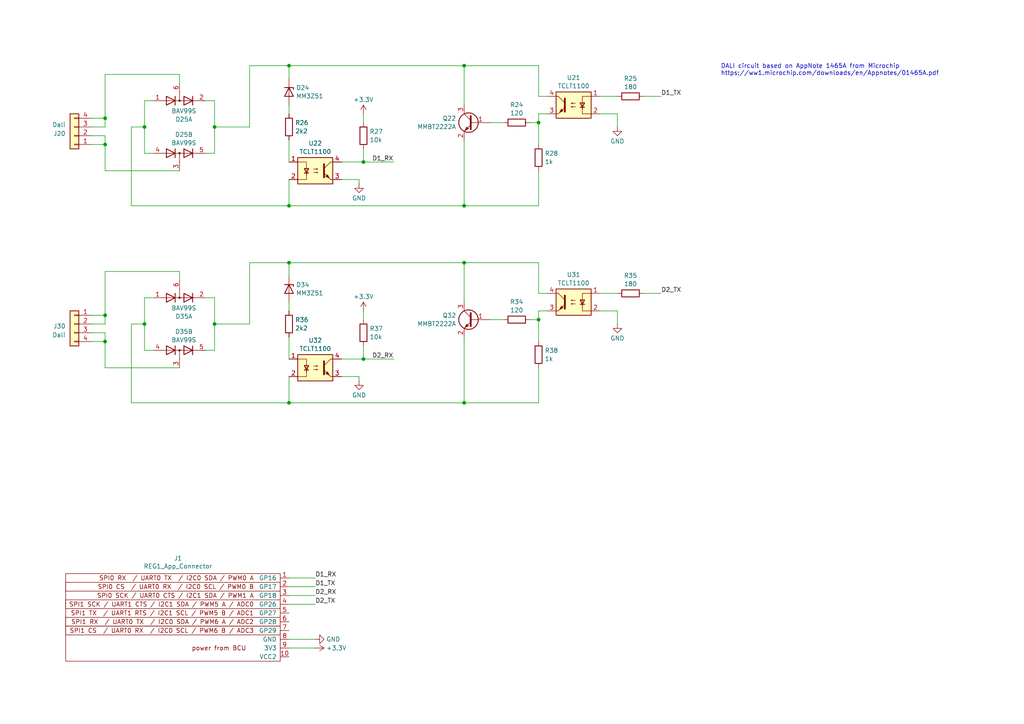
<source format=kicad_sch>
(kicad_sch (version 20231120) (generator "eeschema") (generator_version "8.0")
  (paper "A4")
  (title_block (title "REG1-App-2xDALI") (date "2025-01-08") (rev "V00.01") (company "OpenKNX") (comment 1 "by Ing-Dom <dom@ing-dom.de>") (comment 2 "OpenKNX Open Hardware under CC BY-NC-SA 4.0") (comment 3 "REG1-Application PCB with 2 isolated DALI channels") (comment 4 "https://OpenKNX.de"))
  (lib_symbols
    (symbol "Connector_Generic:Conn_01x04" (pin_names (offset 1.016) hide)
      (property "Reference" "J" (at 0 5.08 0))
      (property "Value" "Conn_01x04" (at 0 -7.62 0))
      (symbol "Conn_01x04_1_1"
        (rectangle (start -1.27 -4.953) (end 0 -5.207) (stroke (width 0.1524)))
        (rectangle (start -1.27 -2.413) (end 0 -2.667) (stroke (width 0.1524)))
        (rectangle (start -1.27 0.127) (end 0 -0.127) (stroke (width 0.1524)))
        (rectangle (start -1.27 2.667) (end 0 2.413) (stroke (width 0.1524)))
        (rectangle (start -1.27 3.81) (end 1.27 -6.35) (stroke (width 0.254)) (fill (type background)))
        (pin passive line (at -5.08 2.54 0) (length 3.81) (name "Pin_1") (number "1"))
        (pin passive line (at -5.08 0 0) (length 3.81) (name "Pin_2") (number "2"))
        (pin passive line (at -5.08 -2.54 0) (length 3.81) (name "Pin_3") (number "3"))
        (pin passive line (at -5.08 -5.08 0) (length 3.81) (name "Pin_4") (number "4"))
      )
    )
    (symbol "Device:R" (pin_numbers hide) (pin_names (offset 0))
      (property "Reference" "R" (at 2.032 0 90))
      (property "Value" "R" (at 0 0 90))
      (symbol "R_0_1"
        (rectangle (start -1.016 -2.54) (end 1.016 2.54) (stroke (width 0.254)))
      )
      (symbol "R_1_1"
        (pin passive line (at 0 3.81 270) (length 1.27) (name "~") (number "1"))
        (pin passive line (at 0 -3.81 90) (length 1.27) (name "~") (number "2"))
      )
    )
    (symbol "Diode:BAV99S" (pin_names (offset 0.0254) hide)
      (property "Reference" "D" (at 0 2.54 0))
      (property "Value" "BAV99S" (at 0 5.08 0))
      (symbol "BAV99S_0_1"
        (polyline (pts (xy -5.08 0) (xy 5.08 0)))
        (polyline (pts (xy 0 0) (xy 0 -2.54)))
        (polyline (pts (xy -1.27 -1.27) (xy -1.27 1.27) (xy -1.27 1.27)) (stroke (width 0.254)))
        (polyline (pts (xy 3.81 1.27) (xy 3.81 -1.27) (xy 3.81 -1.27)) (stroke (width 0.254)))
        (polyline (pts (xy -3.81 1.27) (xy -1.27 0) (xy -3.81 -1.27) (xy -3.81 1.27) (xy -3.81 1.27) (xy -3.81 1.27)) (stroke (width 0.254)))
        (polyline (pts (xy 1.27 1.27) (xy 3.81 0) (xy 1.27 -1.27) (xy 1.27 1.27) (xy 1.27 1.27) (xy 1.27 1.27)) (stroke (width 0.254)))
        (circle (center 0 0) (radius 0.254) (fill (type outline)))
      )
      (symbol "BAV99S_1_1"
        (polyline (pts (xy 6.35 0) (xy 7.62 0)))
        (pin passive line (at -7.62 0 0) (length 2.54) (name "A1") (number "1"))
        (pin passive line (at 7.62 0 180) (length 2.54) (name "K2") (number "2"))
        (pin passive line (at 0 -5.08 90) (length 2.54) (name "K3A4") (number "6"))
      )
      (symbol "BAV99S_2_1"
        (polyline (pts (xy 6.35 0) (xy 7.62 0)))
        (pin passive line (at 0 -5.08 90) (length 2.54) (name "K1A2") (number "3"))
        (pin passive line (at -7.62 0 0) (length 2.54) (name "A3") (number "4"))
        (pin passive line (at 7.62 0 180) (length 2.54) (name "K4") (number "5"))
      )
    )
    (symbol "Diode:MM3Zxx" (pin_numbers hide) (pin_names hide)
      (property "Reference" "D" (at 0 2.54 0))
      (property "Value" "MM3Zxx" (at 0 -2.54 0))
      (symbol "MM3Zxx_0_1"
        (polyline (pts (xy 1.27 0) (xy -1.27 0)))
        (polyline (pts (xy -1.27 -1.27) (xy -1.27 1.27) (xy -0.762 1.27)) (stroke (width 0.254)))
        (polyline (pts (xy 1.27 -1.27) (xy 1.27 1.27) (xy -1.27 0) (xy 1.27 -1.27)) (stroke (width 0.254)))
      )
      (symbol "MM3Zxx_1_1"
        (pin passive line (at -3.81 0 0) (length 2.54) (name "K") (number "1"))
        (pin passive line (at 3.81 0 180) (length 2.54) (name "A") (number "2"))
      )
    )
    (symbol "Isolator:TCMT1100" (pin_names (offset 1.016))
      (property "Reference" "U" (at 0 5.08 0))
      (property "Value" "TCMT1100" (at 0 -5.08 0))
      (symbol "TCMT1100_1_1"
        (rectangle (start -5.08 3.81) (end 5.08 -3.81) (stroke (width 0.254)) (fill (type background)))
        (polyline (pts (xy -3.175 -0.635) (xy -1.905 -0.635)) (stroke (width 0.254)))
        (polyline (pts (xy 2.54 0.635) (xy 4.445 2.54)))
        (polyline (pts (xy 4.445 -2.54) (xy 2.54 -0.635)) (fill (type outline)))
        (polyline (pts (xy 4.445 -2.54) (xy 5.08 -2.54)))
        (polyline (pts (xy 4.445 2.54) (xy 5.08 2.54)))
        (polyline (pts (xy -2.54 -0.635) (xy -2.54 -2.54) (xy -5.08 -2.54)))
        (polyline (pts (xy 2.54 1.905) (xy 2.54 -1.905) (xy 2.54 -1.905)) (stroke (width 0.508)))
        (polyline (pts (xy -5.08 2.54) (xy -2.54 2.54) (xy -2.54 -1.27) (xy -2.54 0.635)))
        (polyline (pts (xy -2.54 -0.635) (xy -3.175 0.635) (xy -1.905 0.635) (xy -2.54 -0.635)) (stroke (width 0.254)))
        (polyline (pts (xy -0.508 -0.508) (xy 0.762 -0.508) (xy 0.381 -0.635) (xy 0.381 -0.381) (xy 0.762 -0.508)))
        (polyline (pts (xy -0.508 0.508) (xy 0.762 0.508) (xy 0.381 0.381) (xy 0.381 0.635) (xy 0.762 0.508)))
        (polyline (pts (xy 3.048 -1.651) (xy 3.556 -1.143) (xy 4.064 -2.159) (xy 3.048 -1.651) (xy 3.048 -1.651)) (fill (type outline)))
        (pin passive line (at -7.62 2.54 0) (length 2.54) (name "~") (number "1"))
        (pin passive line (at -7.62 -2.54 0) (length 2.54) (name "~") (number "2"))
        (pin passive line (at 7.62 -2.54 180) (length 2.54) (name "~") (number "3"))
        (pin passive line (at 7.62 2.54 180) (length 2.54) (name "~") (number "4"))
      )
    )
    (symbol "OpenKNX:REG1_App_Connector" (pin_names (offset 1.016))
      (property "Reference" "J" (at 10.16 13.97 0))
      (property "Value" "REG1_App_Connector" (at 1.27 -13.97 0))
      (symbol "REG1_App_Connector_0_0"
        (rectangle (start -49.53 -2.54) (end 12.7 0))
        (rectangle (start 12.7 -5.08) (end -49.53 -2.54))
        (rectangle (start 12.7 2.54) (end -49.53 5.08))
        (rectangle (start 12.7 10.16) (end -49.53 7.62))
        (rectangle (start 12.7 12.7) (end -49.53 -12.7))
        (text "power from BCU" (at -5.08 -8.89 0) (effects (font (size 1.27 1.27))))
        (text "SPI0 CS  / UART0 RX  / I2C0 SCL / PWM0 B" (at 5.08 8.89 0) (effects (font (size 1.27 1.27)) (justify right)))
        (text "SPI0 RX  / UART0 TX  / I2C0 SDA / PWM0 A" (at 5.08 11.43 0) (effects (font (size 1.27 1.27)) (justify right)))
        (text "SPI0 SCK / UART0 CTS / I2C1 SDA / PWM1 A" (at 5.08 6.35 0) (effects (font (size 1.27 1.27)) (justify right)))
        (text "SPI1 CS  / UART0 RX  / I2C0 SCL / PWM6 B / ADC3" (at 5.08 -3.81 0) (effects (font (size 1.27 1.27)) (justify right)))
        (text "SPI1 RX  / UART0 TX  / I2C0 SDA / PWM6 A / ADC2" (at 5.08 -1.27 0) (effects (font (size 1.27 1.27)) (justify right)))
        (text "SPI1 SCK / UART1 CTS / I2C1 SDA / PWM5 A / ADC0" (at 5.08 3.81 0) (effects (font (size 1.27 1.27)) (justify right)))
        (text "SPI1 TX  / UART1 RTS / I2C1 SCL / PWM5 B / ADC1" (at 5.08 1.27 0) (effects (font (size 1.27 1.27)) (justify right)))
      )
      (symbol "REG1_App_Connector_1_1"
        (pin bidirectional line (at 15.24 11.43 180) (length 2.54) (name "GP16") (number "1"))
        (pin power_out line (at 15.24 -11.43 180) (length 2.54) (name "VCC2") (number "10"))
        (pin bidirectional line (at 15.24 8.89 180) (length 2.54) (name "GP17") (number "2"))
        (pin bidirectional line (at 15.24 6.35 180) (length 2.54) (name "GP18") (number "3"))
        (pin bidirectional line (at 15.24 3.81 180) (length 2.54) (name "GP26") (number "4"))
        (pin bidirectional line (at 15.24 1.27 180) (length 2.54) (name "GP27") (number "5"))
        (pin bidirectional line (at 15.24 -1.27 180) (length 2.54) (name "GP28") (number "6"))
        (pin bidirectional line (at 15.24 -3.81 180) (length 2.54) (name "GP29") (number "7"))
        (pin power_out line (at 15.24 -6.35 180) (length 2.54) (name "GND") (number "8"))
        (pin power_out line (at 15.24 -8.89 180) (length 2.54) (name "3V3") (number "9"))
      )
    )
    (symbol "Transistor_BJT:MMBT2222A" (pin_names (offset 0) hide)
      (property "Reference" "Q" (at 5.08 1.905 0))
      (property "Value" "MMBT2222A" (at 5.08 0 0))
      (symbol "MMBT2222A_0_1"
        (polyline (pts (xy 0.635 0.635) (xy 2.54 2.54)))
        (polyline (pts (xy 0.635 -0.635) (xy 2.54 -2.54) (xy 2.54 -2.54)))
        (polyline (pts (xy 0.635 1.905) (xy 0.635 -1.905) (xy 0.635 -1.905)) (stroke (width 0.508)))
        (polyline (pts (xy 1.27 -1.778) (xy 1.778 -1.27) (xy 2.286 -2.286) (xy 1.27 -1.778) (xy 1.27 -1.778)) (fill (type outline)))
        (circle (center 1.27 0) (radius 2.8194) (stroke (width 0.254)))
      )
      (symbol "MMBT2222A_1_1"
        (pin input line (at -5.08 0 0) (length 5.715) (name "B") (number "1"))
        (pin passive line (at 2.54 -5.08 90) (length 2.54) (name "E") (number "2"))
        (pin passive line (at 2.54 5.08 270) (length 2.54) (name "C") (number "3"))
      )
    )
    (symbol "power:+3.3V" (power) (pin_numbers hide) (pin_names (offset 0) hide)
      (property "Value" "+3.3V" (at 0 3.556 0))
      (symbol "+3.3V_0_1"
        (polyline (pts (xy -0.762 1.27) (xy 0 2.54)))
        (polyline (pts (xy 0 0) (xy 0 2.54)))
        (polyline (pts (xy 0 2.54) (xy 0.762 1.27)))
      )
      (symbol "+3.3V_1_1"
        (pin power_in line (at 0 0 90) (length 0) (name "~") (number "1"))
      )
    )
    (symbol "power:GND" (power) (pin_numbers hide) (pin_names (offset 0) hide)
      (property "Value" "GND" (at 0 -3.81 0))
      (symbol "GND_0_1"
        (polyline (pts (xy 0 0) (xy 0 -1.27) (xy 1.27 -1.27) (xy 0 -2.54) (xy -1.27 -1.27) (xy 0 -1.27)))
      )
      (symbol "GND_1_1"
        (pin power_in line (at 0 0 270) (length 0) (name "~") (number "1"))
      )
    )
  )
  (junction (at 30.48 91.44))
  (junction (at 30.48 41.91))
  (junction (at 156.21 35.56))
  (junction (at 62.23 36.83))
  (junction (at 30.48 34.29))
  (junction (at 134.62 19.05))
  (junction (at 62.23 93.98))
  (junction (at 134.62 116.84))
  (junction (at 41.91 93.98))
  (junction (at 105.41 46.99))
  (junction (at 30.48 99.06))
  (junction (at 83.82 76.2))
  (junction (at 41.91 36.83))
  (junction (at 134.62 59.69))
  (junction (at 156.21 92.71))
  (junction (at 83.82 116.84))
  (junction (at 83.82 19.05))
  (junction (at 83.82 59.69))
  (junction (at 134.62 76.2))
  (junction (at 105.41 104.14))
  (wire (pts (xy 156.21 35.56) (xy 156.21 41.91)))
  (wire (pts (xy 158.75 85.09) (xy 156.21 85.09)))
  (wire (pts (xy 99.06 46.99) (xy 105.41 46.99)))
  (wire (pts (xy 83.82 167.64) (xy 91.44 167.64)))
  (wire (pts (xy 41.91 86.36) (xy 41.91 93.98)))
  (wire (pts (xy 30.48 93.98) (xy 26.67 93.98)))
  (wire (pts (xy 30.48 99.06) (xy 30.48 96.52)))
  (wire (pts (xy 153.67 92.71) (xy 156.21 92.71)))
  (wire (pts (xy 38.1 93.98) (xy 38.1 116.84)))
  (wire (pts (xy 59.69 86.36) (xy 62.23 86.36)))
  (wire (pts (xy 173.99 27.94) (xy 179.07 27.94)))
  (wire (pts (xy 173.99 33.02) (xy 179.07 33.02)))
  (wire (pts (xy 134.62 40.64) (xy 134.62 59.69)))
  (wire (pts (xy 99.06 109.22) (xy 104.14 109.22)))
  (wire (pts (xy 156.21 116.84) (xy 134.62 116.84)))
  (wire (pts (xy 134.62 19.05) (xy 134.62 30.48)))
  (wire (pts (xy 156.21 90.17) (xy 156.21 92.71)))
  (wire (pts (xy 153.67 35.56) (xy 156.21 35.56)))
  (wire (pts (xy 179.07 33.02) (xy 179.07 36.83)))
  (wire (pts (xy 179.07 90.17) (xy 179.07 93.98)))
  (wire (pts (xy 83.82 109.22) (xy 83.82 116.84)))
  (wire (pts (xy 83.82 59.69) (xy 134.62 59.69)))
  (wire (pts (xy 186.69 27.94) (xy 191.77 27.94)))
  (wire (pts (xy 142.24 35.56) (xy 146.05 35.56)))
  (wire (pts (xy 105.41 46.99) (xy 114.3 46.99)))
  (wire (pts (xy 156.21 33.02) (xy 156.21 35.56)))
  (wire (pts (xy 158.75 27.94) (xy 156.21 27.94)))
  (wire (pts (xy 156.21 85.09) (xy 156.21 76.2)))
  (wire (pts (xy 156.21 49.53) (xy 156.21 59.69)))
  (wire (pts (xy 30.48 91.44) (xy 26.67 91.44)))
  (wire (pts (xy 62.23 36.83) (xy 62.23 44.45)))
  (wire (pts (xy 158.75 90.17) (xy 156.21 90.17)))
  (wire (pts (xy 156.21 92.71) (xy 156.21 99.06)))
  (wire (pts (xy 83.82 76.2) (xy 134.62 76.2)))
  (wire (pts (xy 62.23 93.98) (xy 62.23 101.6)))
  (wire (pts (xy 30.48 78.74) (xy 30.48 91.44)))
  (wire (pts (xy 30.48 34.29) (xy 26.67 34.29)))
  (wire (pts (xy 30.48 96.52) (xy 26.67 96.52)))
  (wire (pts (xy 30.48 49.53) (xy 30.48 41.91)))
  (wire (pts (xy 105.41 100.33) (xy 105.41 104.14)))
  (wire (pts (xy 83.82 175.26) (xy 91.44 175.26)))
  (wire (pts (xy 62.23 29.21) (xy 62.23 36.83)))
  (wire (pts (xy 41.91 93.98) (xy 38.1 93.98)))
  (wire (pts (xy 59.69 29.21) (xy 62.23 29.21)))
  (wire (pts (xy 44.45 86.36) (xy 41.91 86.36)))
  (wire (pts (xy 156.21 59.69) (xy 134.62 59.69)))
  (wire (pts (xy 105.41 90.17) (xy 105.41 92.71)))
  (wire (pts (xy 41.91 93.98) (xy 41.91 101.6)))
  (wire (pts (xy 83.82 116.84) (xy 134.62 116.84)))
  (wire (pts (xy 38.1 116.84) (xy 83.82 116.84)))
  (wire (pts (xy 62.23 101.6) (xy 59.69 101.6)))
  (wire (pts (xy 83.82 97.79) (xy 83.82 104.14)))
  (wire (pts (xy 62.23 93.98) (xy 72.39 93.98)))
  (wire (pts (xy 91.44 187.96) (xy 83.82 187.96)))
  (wire (pts (xy 83.82 172.72) (xy 91.44 172.72)))
  (wire (pts (xy 173.99 90.17) (xy 179.07 90.17)))
  (wire (pts (xy 186.69 85.09) (xy 191.77 85.09)))
  (wire (pts (xy 52.07 78.74) (xy 30.48 78.74)))
  (wire (pts (xy 83.82 52.07) (xy 83.82 59.69)))
  (wire (pts (xy 30.48 41.91) (xy 30.48 39.37)))
  (wire (pts (xy 52.07 24.13) (xy 52.07 21.59)))
  (wire (pts (xy 62.23 36.83) (xy 72.39 36.83)))
  (wire (pts (xy 44.45 29.21) (xy 41.91 29.21)))
  (wire (pts (xy 134.62 76.2) (xy 134.62 87.63)))
  (wire (pts (xy 83.82 40.64) (xy 83.82 46.99)))
  (wire (pts (xy 105.41 43.18) (xy 105.41 46.99)))
  (wire (pts (xy 41.91 36.83) (xy 38.1 36.83)))
  (wire (pts (xy 104.14 109.22) (xy 104.14 110.49)))
  (wire (pts (xy 52.07 21.59) (xy 30.48 21.59)))
  (wire (pts (xy 30.48 39.37) (xy 26.67 39.37)))
  (wire (pts (xy 72.39 36.83) (xy 72.39 19.05)))
  (wire (pts (xy 26.67 99.06) (xy 30.48 99.06)))
  (wire (pts (xy 62.23 86.36) (xy 62.23 93.98)))
  (wire (pts (xy 104.14 52.07) (xy 104.14 53.34)))
  (wire (pts (xy 83.82 185.42) (xy 91.44 185.42)))
  (wire (pts (xy 99.06 104.14) (xy 105.41 104.14)))
  (wire (pts (xy 30.48 21.59) (xy 30.48 34.29)))
  (wire (pts (xy 30.48 91.44) (xy 30.48 93.98)))
  (wire (pts (xy 41.91 29.21) (xy 41.91 36.83)))
  (wire (pts (xy 83.82 87.63) (xy 83.82 90.17)))
  (wire (pts (xy 142.24 92.71) (xy 146.05 92.71)))
  (wire (pts (xy 41.91 44.45) (xy 44.45 44.45)))
  (wire (pts (xy 52.07 106.68) (xy 30.48 106.68)))
  (wire (pts (xy 156.21 106.68) (xy 156.21 116.84)))
  (wire (pts (xy 26.67 41.91) (xy 30.48 41.91)))
  (wire (pts (xy 30.48 34.29) (xy 30.48 36.83)))
  (wire (pts (xy 156.21 27.94) (xy 156.21 19.05)))
  (wire (pts (xy 38.1 59.69) (xy 83.82 59.69)))
  (wire (pts (xy 83.82 76.2) (xy 83.82 80.01)))
  (wire (pts (xy 83.82 30.48) (xy 83.82 33.02)))
  (wire (pts (xy 72.39 76.2) (xy 83.82 76.2)))
  (wire (pts (xy 83.82 19.05) (xy 83.82 22.86)))
  (wire (pts (xy 173.99 85.09) (xy 179.07 85.09)))
  (wire (pts (xy 62.23 44.45) (xy 59.69 44.45)))
  (wire (pts (xy 72.39 93.98) (xy 72.39 76.2)))
  (wire (pts (xy 134.62 19.05) (xy 156.21 19.05)))
  (wire (pts (xy 134.62 97.79) (xy 134.62 116.84)))
  (wire (pts (xy 99.06 52.07) (xy 104.14 52.07)))
  (wire (pts (xy 134.62 76.2) (xy 156.21 76.2)))
  (wire (pts (xy 41.91 36.83) (xy 41.91 44.45)))
  (wire (pts (xy 41.91 101.6) (xy 44.45 101.6)))
  (wire (pts (xy 91.44 170.18) (xy 83.82 170.18)))
  (wire (pts (xy 83.82 19.05) (xy 134.62 19.05)))
  (wire (pts (xy 158.75 33.02) (xy 156.21 33.02)))
  (wire (pts (xy 105.41 33.02) (xy 105.41 35.56)))
  (wire (pts (xy 30.48 106.68) (xy 30.48 99.06)))
  (wire (pts (xy 72.39 19.05) (xy 83.82 19.05)))
  (wire (pts (xy 52.07 81.28) (xy 52.07 78.74)))
  (wire (pts (xy 105.41 104.14) (xy 114.3 104.14)))
  (wire (pts (xy 30.48 36.83) (xy 26.67 36.83)))
  (wire (pts (xy 38.1 36.83) (xy 38.1 59.69)))
  (wire (pts (xy 52.07 49.53) (xy 30.48 49.53)))
  (text "DALI circuit based on AppNote 1465A from Microchip\nhttps://ww1.microchip.com/downloads/en/Appnotes/01465A.pdf" (at 209.042 20.32 0) (effects (font (size 1.27 1.27)) (justify left)))
  (label "D1_RX" (at 91.44 167.64 0))
  (label "D1_TX" (at 191.77 27.94 0))
  (label "D1_TX" (at 91.44 170.18 0))
  (label "D2_RX" (at 91.44 172.72 0))
  (label "D2_RX" (at 107.95 104.14 0))
  (label "D2_TX" (at 191.77 85.09 0))
  (label "D1_RX" (at 107.95 46.99 0))
  (label "D2_TX" (at 91.44 175.26 0))
  (symbol (lib_id "OpenKNX:REG1_App_Connector") (at 68.58 179.07 0) (unit 1)
    (property "Reference" "J1" (at 51.6382 161.925 0))
    (property "Value" "REG1_App_Connector" (at 51.6382 164.2364 0))
    (property "Footprint" "Connector_PinHeader_2.54mm:PinHeader_1x10_P2.54mm_Horizontal" (effects (hide yes)))
  )
  (symbol (lib_id "Device:R") (at 156.21 102.87 180) (unit 1)
    (property "Reference" "R38" (at 157.988 101.6578 0) (effects (justify right)))
    (property "Value" "1k" (at 157.988 104.0821 0) (effects (justify right)))
    (property "Footprint" "Resistor_SMD:R_0603_1608Metric" (effects (hide yes)))
    (property "Description" "Resistor" (effects (hide yes)))
  )
  (symbol (lib_id "Isolator:TCMT1100") (at 166.37 87.63 0) (mirror y) (unit 1)
    (property "Reference" "U31" (at 166.37 79.6755 0))
    (property "Value" "TCLT1100" (at 166.37 82.0998 0))
    (property "Footprint" "Package_SO:SOP-4_7.5x4.1mm_P2.54mm" (effects (hide yes)))
    (property "Datasheet" "https://www.lcsc.com/datasheet/lcsc_datasheet_1806121840_Vishay-Intertech-TCLT1000_C110644.pdf" (effects (hide yes)))
    (property "Description" "Optocoupler, Phototransistor Output, SOP-4L, Long Mini-Flat Package" (effects (hide yes)))
  )
  (symbol (lib_id "Transistor_BJT:MMBT2222A") (at 137.16 35.56 0) (mirror y) (unit 1)
    (property "Reference" "Q22" (at 132.3086 34.3478 0) (effects (justify left)))
    (property "Value" "MMBT2222A" (at 132.3086 36.7721 0) (effects (justify left)))
    (property "Footprint" "Package_TO_SOT_SMD:SOT-23" (effects (hide yes)))
    (property "Datasheet" "https://assets.nexperia.com/documents/data-sheet/MMBT2222A.pdf" (effects (hide yes)))
    (property "Description" "600mA Ic, 40V Vce, NPN Transistor, SOT-23" (effects (hide yes)))
  )
  (symbol (lib_id "Diode:MM3Zxx") (at 83.82 26.67 270) (unit 1)
    (property "Reference" "D24" (at 85.852 25.4578 90) (effects (justify left)))
    (property "Value" "MM3Z51" (at 85.852 27.8821 90) (effects (justify left)))
    (property "Footprint" "Diode_SMD:D_SOD-323F" (effects (hide yes)))
    (property "Datasheet" "https://jlcpcb.com/api/file/downloadByFileSystemAccessId/8564879402099511296" (effects (hide yes)))
    (property "Description" "200mW Zener Diode, SOD-323" (effects (hide yes)))
  )
  (symbol (lib_id "power:GND") (at 179.07 93.98 0) (unit 1)
    (property "Reference" "#PWR08" (effects (hide yes)))
    (property "Value" "GND" (at 179.07 98.1131 0))
    (property "Description" "Power symbol creates a global label with name \"GND\" , ground" (effects (hide yes)))
  )
  (symbol (lib_id "Device:R") (at 182.88 27.94 90) (unit 1)
    (property "Reference" "R25" (at 182.88 22.7795 90))
    (property "Value" "180" (at 182.88 25.2038 90))
    (property "Footprint" "Resistor_SMD:R_0603_1608Metric" (effects (hide yes)))
    (property "Description" "Resistor" (effects (hide yes)))
  )
  (symbol (lib_id "Connector_Generic:Conn_01x04") (at 21.59 39.37 180) (unit 1)
    (property "Reference" "J20" (at 19.05 38.735 0) (effects (justify left)))
    (property "Value" "Dali" (at 19.05 36.195 0) (effects (justify left)))
    (property "Footprint" "Connector_Phoenix_MC:PhoenixContact_MC_1,5_4-G-3.5_1x04_P3.50mm_Horizontal" (effects (hide yes)))
  )
  (symbol (lib_id "Device:R") (at 83.82 93.98 0) (unit 1)
    (property "Reference" "R36" (at 85.598 92.7678 0) (effects (justify left)))
    (property "Value" "2k2" (at 85.598 95.1921 0) (effects (justify left)))
    (property "Footprint" "Resistor_SMD:R_0603_1608Metric" (effects (hide yes)))
    (property "Description" "Resistor" (effects (hide yes)))
  )
  (symbol (lib_id "power:GND") (at 179.07 36.83 0) (unit 1)
    (property "Reference" "#PWR05" (effects (hide yes)))
    (property "Value" "GND" (at 179.07 40.9631 0))
    (property "Description" "Power symbol creates a global label with name \"GND\" , ground" (effects (hide yes)))
  )
  (symbol (lib_id "power:+3.3V") (at 91.44 187.96 270) (unit 1)
    (property "Reference" "#PWR02" (effects (hide yes)))
    (property "Value" "+3.3V" (at 94.615 187.96 90) (effects (justify left)))
    (property "Description" "Power symbol creates a global label with name \"+3.3V\"" (effects (hide yes)))
  )
  (symbol (lib_id "Diode:BAV99S") (at 52.07 86.36 0) (mirror x) (unit 1)
    (property "Reference" "D35" (at 53.34 91.7745 0))
    (property "Value" "BAV99S" (at 53.34 89.3502 0))
    (property "Footprint" "Package_TO_SOT_SMD:SOT-363_SC-70-6" (effects (hide yes)))
    (property "Datasheet" "https://assets.nexperia.com/documents/data-sheet/BAV99_SER.pdf" (effects (hide yes)))
    (property "Description" "High-speed switching diodes, dual series, SOT-363" (effects (hide yes)))
  )
  (symbol (lib_id "Isolator:TCMT1100") (at 166.37 30.48 0) (mirror y) (unit 1)
    (property "Reference" "U21" (at 166.37 22.5255 0))
    (property "Value" "TCLT1100" (at 166.37 24.9498 0))
    (property "Footprint" "Package_SO:SOP-4_7.5x4.1mm_P2.54mm" (effects (hide yes)))
    (property "Datasheet" "https://www.lcsc.com/datasheet/lcsc_datasheet_1806121840_Vishay-Intertech-TCLT1000_C110644.pdf" (effects (hide yes)))
    (property "Description" "Optocoupler, Phototransistor Output, SOP-4L, Long Mini-Flat Package" (effects (hide yes)))
  )
  (symbol (lib_id "Diode:MM3Zxx") (at 83.82 83.82 270) (unit 1)
    (property "Reference" "D34" (at 85.852 82.6078 90) (effects (justify left)))
    (property "Value" "MM3Z51" (at 85.852 85.0321 90) (effects (justify left)))
    (property "Footprint" "Diode_SMD:D_SOD-323F" (effects (hide yes)))
    (property "Datasheet" "https://jlcpcb.com/api/file/downloadByFileSystemAccessId/8564879402099511296" (effects (hide yes)))
    (property "Description" "200mW Zener Diode, SOD-323" (effects (hide yes)))
  )
  (symbol (lib_id "Device:R") (at 156.21 45.72 180) (unit 1)
    (property "Reference" "R28" (at 157.988 44.5078 0) (effects (justify right)))
    (property "Value" "1k" (at 157.988 46.9321 0) (effects (justify right)))
    (property "Footprint" "Resistor_SMD:R_0603_1608Metric" (effects (hide yes)))
    (property "Description" "Resistor" (effects (hide yes)))
  )
  (symbol (lib_id "power:GND") (at 91.44 185.42 90) (unit 1)
    (property "Reference" "#PWR03" (effects (hide yes)))
    (property "Value" "GND" (at 94.615 185.42 90) (effects (justify right)))
    (property "Description" "Power symbol creates a global label with name \"GND\" , ground" (effects (hide yes)))
  )
  (symbol (lib_id "Device:R") (at 149.86 92.71 90) (unit 1)
    (property "Reference" "R34" (at 149.86 87.5495 90))
    (property "Value" "120" (at 149.86 89.9738 90))
    (property "Footprint" "Resistor_SMD:R_0603_1608Metric" (effects (hide yes)))
    (property "Description" "Resistor" (effects (hide yes)))
  )
  (symbol (lib_id "power:+3.3V") (at 105.41 90.17 0) (unit 1)
    (property "Reference" "#PWR07" (effects (hide yes)))
    (property "Value" "+3.3V" (at 105.41 86.0369 0))
    (property "Description" "Power symbol creates a global label with name \"+3.3V\"" (effects (hide yes)))
  )
  (symbol (lib_id "power:GND") (at 104.14 53.34 0) (unit 1)
    (property "Reference" "#PWR04" (effects (hide yes)))
    (property "Value" "GND" (at 104.14 57.4731 0))
    (property "Description" "Power symbol creates a global label with name \"GND\" , ground" (effects (hide yes)))
  )
  (symbol (lib_id "power:+3.3V") (at 105.41 33.02 0) (unit 1)
    (property "Reference" "#PWR01" (effects (hide yes)))
    (property "Value" "+3.3V" (at 105.41 28.8869 0))
    (property "Description" "Power symbol creates a global label with name \"+3.3V\"" (effects (hide yes)))
  )
  (symbol (lib_id "Diode:BAV99S") (at 52.07 44.45 0) (unit 2)
    (property "Reference" "D25" (at 53.34 39.0355 0))
    (property "Value" "BAV99S" (at 53.34 41.4598 0))
    (property "Footprint" "Package_TO_SOT_SMD:SOT-363_SC-70-6" (effects (hide yes)))
    (property "Datasheet" "https://assets.nexperia.com/documents/data-sheet/BAV99_SER.pdf" (effects (hide yes)))
    (property "Description" "High-speed switching diodes, dual series, SOT-363" (effects (hide yes)))
  )
  (symbol (lib_id "Device:R") (at 182.88 85.09 90) (unit 1)
    (property "Reference" "R35" (at 182.88 79.9295 90))
    (property "Value" "180" (at 182.88 82.3538 90))
    (property "Footprint" "Resistor_SMD:R_0603_1608Metric" (effects (hide yes)))
    (property "Description" "Resistor" (effects (hide yes)))
  )
  (symbol (lib_id "Isolator:TCMT1100") (at 91.44 106.68 0) (unit 1)
    (property "Reference" "U32" (at 91.44 98.7255 0))
    (property "Value" "TCLT1100" (at 91.44 101.1498 0))
    (property "Footprint" "Package_SO:SOP-4_7.5x4.1mm_P2.54mm" (effects (hide yes)))
    (property "Datasheet" "https://www.lcsc.com/datasheet/lcsc_datasheet_1806121840_Vishay-Intertech-TCLT1000_C110644.pdf" (effects (hide yes)))
    (property "Description" "Optocoupler, Phototransistor Output, SOP-4L, Long Mini-Flat Package" (effects (hide yes)))
  )
  (symbol (lib_id "Device:R") (at 83.82 36.83 0) (unit 1)
    (property "Reference" "R26" (at 85.598 35.6178 0) (effects (justify left)))
    (property "Value" "2k2" (at 85.598 38.0421 0) (effects (justify left)))
    (property "Footprint" "Resistor_SMD:R_0603_1608Metric" (effects (hide yes)))
    (property "Description" "Resistor" (effects (hide yes)))
  )
  (symbol (lib_id "power:GND") (at 104.14 110.49 0) (unit 1)
    (property "Reference" "#PWR06" (effects (hide yes)))
    (property "Value" "GND" (at 104.14 114.6231 0))
    (property "Description" "Power symbol creates a global label with name \"GND\" , ground" (effects (hide yes)))
  )
  (symbol (lib_id "Device:R") (at 105.41 96.52 180) (unit 1)
    (property "Reference" "R37" (at 107.188 95.3078 0) (effects (justify right)))
    (property "Value" "10k" (at 107.188 97.7321 0) (effects (justify right)))
    (property "Footprint" "Resistor_SMD:R_0603_1608Metric" (effects (hide yes)))
    (property "Description" "Resistor" (effects (hide yes)))
  )
  (symbol (lib_id "Device:R") (at 105.41 39.37 180) (unit 1)
    (property "Reference" "R27" (at 107.188 38.1578 0) (effects (justify right)))
    (property "Value" "10k" (at 107.188 40.5821 0) (effects (justify right)))
    (property "Footprint" "Resistor_SMD:R_0603_1608Metric" (effects (hide yes)))
    (property "Description" "Resistor" (effects (hide yes)))
  )
  (symbol (lib_id "Diode:BAV99S") (at 52.07 101.6 0) (unit 2)
    (property "Reference" "D35" (at 53.34 96.1855 0))
    (property "Value" "BAV99S" (at 53.34 98.6098 0))
    (property "Footprint" "Package_TO_SOT_SMD:SOT-363_SC-70-6" (effects (hide yes)))
    (property "Datasheet" "https://assets.nexperia.com/documents/data-sheet/BAV99_SER.pdf" (effects (hide yes)))
    (property "Description" "High-speed switching diodes, dual series, SOT-363" (effects (hide yes)))
  )
  (symbol (lib_id "Connector_Generic:Conn_01x04") (at 21.59 93.98 0) (mirror y) (unit 1)
    (property "Reference" "J30" (at 19.05 94.615 0) (effects (justify left)))
    (property "Value" "Dali" (at 19.05 97.155 0) (effects (justify left)))
    (property "Footprint" "Connector_Phoenix_MC:PhoenixContact_MC_1,5_4-G-3.5_1x04_P3.50mm_Horizontal" (effects (hide yes)))
  )
  (symbol (lib_id "Device:R") (at 149.86 35.56 90) (unit 1)
    (property "Reference" "R24" (at 149.86 30.3995 90))
    (property "Value" "120" (at 149.86 32.8238 90))
    (property "Footprint" "Resistor_SMD:R_0603_1608Metric" (effects (hide yes)))
    (property "Description" "Resistor" (effects (hide yes)))
  )
  (symbol (lib_id "Diode:BAV99S") (at 52.07 29.21 0) (mirror x) (unit 1)
    (property "Reference" "D25" (at 53.34 34.6245 0))
    (property "Value" "BAV99S" (at 53.34 32.2002 0))
    (property "Footprint" "Package_TO_SOT_SMD:SOT-363_SC-70-6" (effects (hide yes)))
    (property "Datasheet" "https://assets.nexperia.com/documents/data-sheet/BAV99_SER.pdf" (effects (hide yes)))
    (property "Description" "High-speed switching diodes, dual series, SOT-363" (effects (hide yes)))
  )
  (symbol (lib_id "Transistor_BJT:MMBT2222A") (at 137.16 92.71 0) (mirror y) (unit 1)
    (property "Reference" "Q32" (at 132.3086 91.4978 0) (effects (justify left)))
    (property "Value" "MMBT2222A" (at 132.3086 93.9221 0) (effects (justify left)))
    (property "Footprint" "Package_TO_SOT_SMD:SOT-23" (effects (hide yes)))
    (property "Datasheet" "https://assets.nexperia.com/documents/data-sheet/MMBT2222A.pdf" (effects (hide yes)))
    (property "Description" "600mA Ic, 40V Vce, NPN Transistor, SOT-23" (effects (hide yes)))
  )
  (symbol (lib_id "Isolator:TCMT1100") (at 91.44 49.53 0) (unit 1)
    (property "Reference" "U22" (at 91.44 41.5755 0))
    (property "Value" "TCLT1100" (at 91.44 43.9998 0))
    (property "Footprint" "Package_SO:SOP-4_7.5x4.1mm_P2.54mm" (effects (hide yes)))
    (property "Datasheet" "https://www.lcsc.com/datasheet/lcsc_datasheet_1806121840_Vishay-Intertech-TCLT1000_C110644.pdf" (effects (hide yes)))
    (property "Description" "Optocoupler, Phototransistor Output, SOP-4L, Long Mini-Flat Package" (effects (hide yes)))
  )
)
</source>
